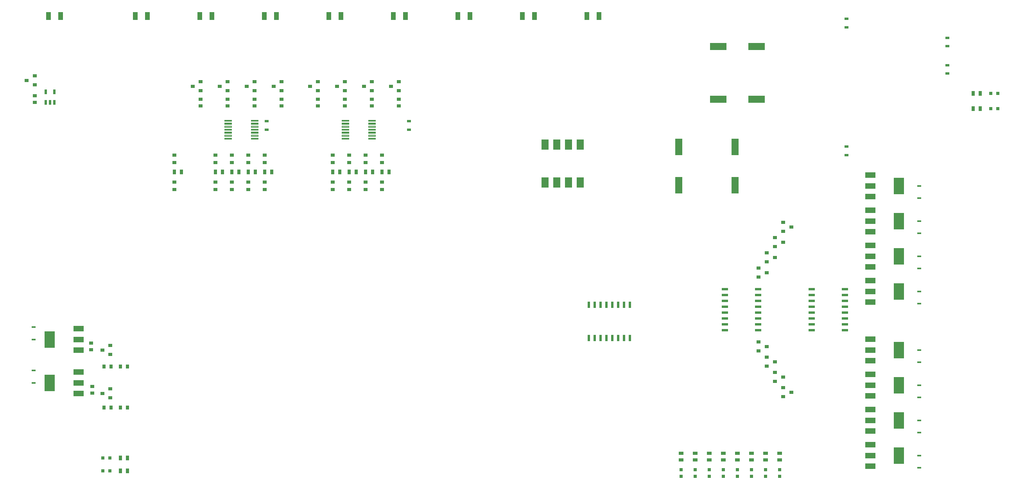
<source format=gbr>
G04 EAGLE Gerber RS-274X export*
G75*
%MOMM*%
%FSLAX34Y34*%
%LPD*%
%INSolderpaste Top*%
%IPPOS*%
%AMOC8*
5,1,8,0,0,1.08239X$1,22.5*%
G01*
G04 Define Apertures*
%ADD10R,1.422400X0.558800*%
%ADD11R,0.900000X0.650000*%
%ADD12R,0.930000X0.790000*%
%ADD13R,0.750000X1.000000*%
%ADD14R,1.050000X1.800000*%
%ADD15R,0.558800X1.422400*%
%ADD16R,2.235000X1.219000*%
%ADD17R,2.200000X3.600000*%
%ADD18R,0.972000X0.802000*%
%ADD19C,0.102500*%
%ADD20R,1.520000X2.160000*%
%ADD21R,0.800000X0.800000*%
%ADD22R,1.000000X0.750000*%
%ADD23R,0.889000X0.558800*%
%ADD24R,3.606800X1.498600*%
%ADD25R,1.498600X3.606800*%
%ADD26R,0.838200X0.457200*%
%ADD27R,0.650000X0.900000*%
%ADD28R,0.508000X1.016000*%
D10*
X1876044Y340360D03*
X1876044Y353060D03*
X1876044Y365760D03*
X1876044Y378460D03*
X1876044Y391160D03*
X1876044Y403860D03*
X1876044Y416560D03*
X1876044Y429260D03*
X1804416Y429260D03*
X1804416Y416560D03*
X1804416Y403860D03*
X1804416Y391160D03*
X1804416Y378460D03*
X1804416Y365760D03*
X1804416Y353060D03*
X1804416Y340360D03*
D11*
X852130Y825870D03*
X852130Y840370D03*
D12*
X838200Y703000D03*
X838200Y719400D03*
X838200Y660980D03*
X838200Y644580D03*
D13*
X853320Y683260D03*
X838320Y683260D03*
D12*
X802640Y703000D03*
X802640Y719400D03*
X802640Y660980D03*
X802640Y644580D03*
D13*
X817760Y683260D03*
X802760Y683260D03*
D12*
X767080Y703000D03*
X767080Y719400D03*
X767080Y660980D03*
X767080Y644580D03*
D13*
X782200Y683260D03*
X767200Y683260D03*
D10*
X1688084Y340360D03*
X1688084Y353060D03*
X1688084Y365760D03*
X1688084Y378460D03*
X1688084Y391160D03*
X1688084Y403860D03*
X1688084Y416560D03*
X1688084Y429260D03*
X1616456Y429260D03*
X1616456Y416560D03*
X1616456Y403860D03*
X1616456Y391160D03*
X1616456Y378460D03*
X1616456Y365760D03*
X1616456Y353060D03*
X1616456Y340360D03*
D14*
X1063880Y1021080D03*
X1038380Y1021080D03*
D11*
X793710Y825870D03*
X793710Y840370D03*
D14*
X924180Y1021080D03*
X898680Y1021080D03*
D11*
X735290Y825870D03*
X735290Y840370D03*
D15*
X1321315Y323068D03*
X1334015Y323068D03*
X1346715Y323068D03*
X1359415Y323068D03*
X1372115Y323068D03*
X1384815Y323068D03*
X1397515Y323068D03*
X1410215Y323068D03*
X1410215Y394696D03*
X1397515Y394696D03*
X1384815Y394696D03*
X1372115Y394696D03*
X1359415Y394696D03*
X1346715Y394696D03*
X1334015Y394696D03*
X1321315Y394696D03*
D14*
X1343280Y1021080D03*
X1317780Y1021080D03*
D11*
X910550Y825870D03*
X910550Y840370D03*
D12*
X873760Y703000D03*
X873760Y719400D03*
X873760Y660980D03*
X873760Y644580D03*
D13*
X888880Y683260D03*
X873880Y683260D03*
D14*
X1203580Y1021080D03*
X1178080Y1021080D03*
D16*
X1931160Y91690D03*
X1931160Y68580D03*
X1931160Y45470D03*
D17*
X1993140Y68580D03*
D18*
X1742400Y238760D03*
X1724700Y229260D03*
X1724700Y248260D03*
X1724620Y271780D03*
X1706920Y262280D03*
X1706920Y281280D03*
X1706840Y304800D03*
X1689140Y295300D03*
X1689140Y314300D03*
X1706840Y464820D03*
X1689140Y455320D03*
X1689140Y474320D03*
X1724620Y497840D03*
X1706920Y488340D03*
X1706920Y507340D03*
X1742400Y530860D03*
X1724700Y521360D03*
X1724700Y540360D03*
X1760180Y563880D03*
X1742480Y554380D03*
X1742480Y573380D03*
X892850Y868680D03*
X910550Y878180D03*
X910550Y859180D03*
X834430Y868680D03*
X852130Y878180D03*
X852130Y859180D03*
X776010Y868680D03*
X793710Y878180D03*
X793710Y859180D03*
D16*
X1931160Y167890D03*
X1931160Y144780D03*
X1931160Y121670D03*
D17*
X1993140Y144780D03*
D18*
X717590Y868680D03*
X735290Y878180D03*
X735290Y859180D03*
D16*
X1931160Y244090D03*
X1931160Y220980D03*
X1931160Y197870D03*
D17*
X1993140Y220980D03*
D16*
X1931160Y320290D03*
X1931160Y297180D03*
X1931160Y274070D03*
D17*
X1993140Y297180D03*
D16*
X1931160Y447290D03*
X1931160Y424180D03*
X1931160Y401070D03*
D17*
X1993140Y424180D03*
D16*
X1931160Y523490D03*
X1931160Y500380D03*
X1931160Y477270D03*
D17*
X1993140Y500380D03*
D16*
X1931160Y599690D03*
X1931160Y576580D03*
X1931160Y553470D03*
D17*
X1993140Y576580D03*
D16*
X1931160Y675890D03*
X1931160Y652780D03*
X1931160Y629670D03*
D17*
X1993140Y652780D03*
D18*
X1760180Y205740D03*
X1742480Y196240D03*
X1742480Y215240D03*
D19*
X858998Y756738D02*
X844322Y756738D01*
X858998Y756738D02*
X858998Y753662D01*
X844322Y753662D01*
X844322Y756738D01*
X844322Y754636D02*
X858998Y754636D01*
X858998Y755610D02*
X844322Y755610D01*
X844322Y756584D02*
X858998Y756584D01*
X858998Y763238D02*
X844322Y763238D01*
X858998Y763238D02*
X858998Y760162D01*
X844322Y760162D01*
X844322Y763238D01*
X844322Y761136D02*
X858998Y761136D01*
X858998Y762110D02*
X844322Y762110D01*
X844322Y763084D02*
X858998Y763084D01*
X858998Y769738D02*
X844322Y769738D01*
X858998Y769738D02*
X858998Y766662D01*
X844322Y766662D01*
X844322Y769738D01*
X844322Y767636D02*
X858998Y767636D01*
X858998Y768610D02*
X844322Y768610D01*
X844322Y769584D02*
X858998Y769584D01*
X858998Y776238D02*
X844322Y776238D01*
X858998Y776238D02*
X858998Y773162D01*
X844322Y773162D01*
X844322Y776238D01*
X844322Y774136D02*
X858998Y774136D01*
X858998Y775110D02*
X844322Y775110D01*
X844322Y776084D02*
X858998Y776084D01*
X858998Y782738D02*
X844322Y782738D01*
X858998Y782738D02*
X858998Y779662D01*
X844322Y779662D01*
X844322Y782738D01*
X844322Y780636D02*
X858998Y780636D01*
X858998Y781610D02*
X844322Y781610D01*
X844322Y782584D02*
X858998Y782584D01*
X858998Y789238D02*
X844322Y789238D01*
X858998Y789238D02*
X858998Y786162D01*
X844322Y786162D01*
X844322Y789238D01*
X844322Y787136D02*
X858998Y787136D01*
X858998Y788110D02*
X844322Y788110D01*
X844322Y789084D02*
X858998Y789084D01*
X858998Y795738D02*
X844322Y795738D01*
X858998Y795738D02*
X858998Y792662D01*
X844322Y792662D01*
X844322Y795738D01*
X844322Y793636D02*
X858998Y793636D01*
X858998Y794610D02*
X844322Y794610D01*
X844322Y795584D02*
X858998Y795584D01*
X801598Y795738D02*
X786922Y795738D01*
X801598Y795738D02*
X801598Y792662D01*
X786922Y792662D01*
X786922Y795738D01*
X786922Y793636D02*
X801598Y793636D01*
X801598Y794610D02*
X786922Y794610D01*
X786922Y795584D02*
X801598Y795584D01*
X801598Y789238D02*
X786922Y789238D01*
X801598Y789238D02*
X801598Y786162D01*
X786922Y786162D01*
X786922Y789238D01*
X786922Y787136D02*
X801598Y787136D01*
X801598Y788110D02*
X786922Y788110D01*
X786922Y789084D02*
X801598Y789084D01*
X801598Y782738D02*
X786922Y782738D01*
X801598Y782738D02*
X801598Y779662D01*
X786922Y779662D01*
X786922Y782738D01*
X786922Y780636D02*
X801598Y780636D01*
X801598Y781610D02*
X786922Y781610D01*
X786922Y782584D02*
X801598Y782584D01*
X801598Y776238D02*
X786922Y776238D01*
X801598Y776238D02*
X801598Y773162D01*
X786922Y773162D01*
X786922Y776238D01*
X786922Y774136D02*
X801598Y774136D01*
X801598Y775110D02*
X786922Y775110D01*
X786922Y776084D02*
X801598Y776084D01*
X801598Y769738D02*
X786922Y769738D01*
X801598Y769738D02*
X801598Y766662D01*
X786922Y766662D01*
X786922Y769738D01*
X786922Y767636D02*
X801598Y767636D01*
X801598Y768610D02*
X786922Y768610D01*
X786922Y769584D02*
X801598Y769584D01*
X801598Y763238D02*
X786922Y763238D01*
X801598Y763238D02*
X801598Y760162D01*
X786922Y760162D01*
X786922Y763238D01*
X786922Y761136D02*
X801598Y761136D01*
X801598Y762110D02*
X786922Y762110D01*
X786922Y763084D02*
X801598Y763084D01*
X801598Y756738D02*
X786922Y756738D01*
X801598Y756738D02*
X801598Y753662D01*
X786922Y753662D01*
X786922Y756738D01*
X786922Y754636D02*
X801598Y754636D01*
X801598Y755610D02*
X786922Y755610D01*
X786922Y756584D02*
X801598Y756584D01*
D20*
X1303020Y742340D03*
X1277620Y742340D03*
X1252220Y742340D03*
X1226820Y742340D03*
X1226820Y659740D03*
X1252220Y659740D03*
X1277620Y659740D03*
X1303020Y659740D03*
D21*
X1521460Y22980D03*
X1521460Y37980D03*
D22*
X1521460Y58540D03*
X1521460Y73540D03*
D21*
X1551940Y22980D03*
X1551940Y37980D03*
D22*
X1551940Y58540D03*
X1551940Y73540D03*
X1582420Y58540D03*
X1582420Y73540D03*
D21*
X1582420Y22980D03*
X1582420Y37980D03*
D22*
X1612900Y58540D03*
X1612900Y73540D03*
D21*
X1612900Y22980D03*
X1612900Y37980D03*
X1643380Y22980D03*
X1643380Y37980D03*
D22*
X1643380Y58540D03*
X1643380Y73540D03*
D21*
X1673860Y22980D03*
X1673860Y37980D03*
D22*
X1673860Y58540D03*
X1673860Y73540D03*
X1704340Y58540D03*
X1704340Y73540D03*
D21*
X1704340Y22980D03*
X1704340Y37980D03*
D22*
X1734820Y58540D03*
X1734820Y73540D03*
D21*
X1734820Y22980D03*
X1734820Y37980D03*
D23*
X624205Y774700D03*
X624205Y793242D03*
X1879600Y996569D03*
X1879600Y1015111D03*
X2098040Y914400D03*
X2098040Y895858D03*
X2098040Y955152D03*
X2098040Y973694D03*
D21*
X2207140Y853440D03*
X2192140Y853440D03*
D13*
X2169040Y853440D03*
X2154040Y853440D03*
D21*
X2207140Y820420D03*
X2192140Y820420D03*
D13*
X2169040Y820420D03*
X2154040Y820420D03*
D24*
X1601851Y840740D03*
X1684909Y840740D03*
X1601851Y955040D03*
X1684909Y955040D03*
D25*
X1516380Y654431D03*
X1516380Y737489D03*
X1638300Y654431D03*
X1638300Y737489D03*
D26*
X2037080Y68580D03*
X2037080Y42164D03*
X2037080Y144780D03*
X2037080Y118364D03*
X2037080Y220980D03*
X2037080Y194564D03*
X2037080Y297180D03*
X2037080Y270764D03*
X2037080Y424180D03*
X2037080Y397764D03*
X2037080Y500380D03*
X2037080Y473964D03*
X2037080Y576580D03*
X2037080Y550164D03*
X2037080Y652780D03*
X2037080Y626364D03*
D27*
X322210Y172720D03*
X307710Y172720D03*
X272150Y172720D03*
X286650Y172720D03*
D18*
X268010Y203200D03*
X285710Y212700D03*
X285710Y193700D03*
D16*
X216410Y202950D03*
X216410Y226060D03*
X216410Y249170D03*
D17*
X154430Y226060D03*
D11*
X246380Y203570D03*
X246380Y218070D03*
D26*
X119380Y226060D03*
X119380Y252476D03*
D27*
X322210Y261620D03*
X307710Y261620D03*
X272150Y261620D03*
X286650Y261620D03*
D18*
X268010Y297180D03*
X285710Y306680D03*
X285710Y287680D03*
D16*
X216410Y296930D03*
X216410Y320040D03*
X216410Y343150D03*
D17*
X154430Y320040D03*
D11*
X243840Y297550D03*
X243840Y312050D03*
D26*
X119380Y320040D03*
X119380Y346456D03*
D18*
X638850Y868680D03*
X656550Y878180D03*
X656550Y859180D03*
D14*
X784480Y1021080D03*
X758980Y1021080D03*
D19*
X604998Y756738D02*
X590322Y756738D01*
X604998Y756738D02*
X604998Y753662D01*
X590322Y753662D01*
X590322Y756738D01*
X590322Y754636D02*
X604998Y754636D01*
X604998Y755610D02*
X590322Y755610D01*
X590322Y756584D02*
X604998Y756584D01*
X604998Y763238D02*
X590322Y763238D01*
X604998Y763238D02*
X604998Y760162D01*
X590322Y760162D01*
X590322Y763238D01*
X590322Y761136D02*
X604998Y761136D01*
X604998Y762110D02*
X590322Y762110D01*
X590322Y763084D02*
X604998Y763084D01*
X604998Y769738D02*
X590322Y769738D01*
X604998Y769738D02*
X604998Y766662D01*
X590322Y766662D01*
X590322Y769738D01*
X590322Y767636D02*
X604998Y767636D01*
X604998Y768610D02*
X590322Y768610D01*
X590322Y769584D02*
X604998Y769584D01*
X604998Y776238D02*
X590322Y776238D01*
X604998Y776238D02*
X604998Y773162D01*
X590322Y773162D01*
X590322Y776238D01*
X590322Y774136D02*
X604998Y774136D01*
X604998Y775110D02*
X590322Y775110D01*
X590322Y776084D02*
X604998Y776084D01*
X604998Y782738D02*
X590322Y782738D01*
X604998Y782738D02*
X604998Y779662D01*
X590322Y779662D01*
X590322Y782738D01*
X590322Y780636D02*
X604998Y780636D01*
X604998Y781610D02*
X590322Y781610D01*
X590322Y782584D02*
X604998Y782584D01*
X604998Y789238D02*
X590322Y789238D01*
X604998Y789238D02*
X604998Y786162D01*
X590322Y786162D01*
X590322Y789238D01*
X590322Y787136D02*
X604998Y787136D01*
X604998Y788110D02*
X590322Y788110D01*
X590322Y789084D02*
X604998Y789084D01*
X604998Y795738D02*
X590322Y795738D01*
X604998Y795738D02*
X604998Y792662D01*
X590322Y792662D01*
X590322Y795738D01*
X590322Y793636D02*
X604998Y793636D01*
X604998Y794610D02*
X590322Y794610D01*
X590322Y795584D02*
X604998Y795584D01*
X547598Y795738D02*
X532922Y795738D01*
X547598Y795738D02*
X547598Y792662D01*
X532922Y792662D01*
X532922Y795738D01*
X532922Y793636D02*
X547598Y793636D01*
X547598Y794610D02*
X532922Y794610D01*
X532922Y795584D02*
X547598Y795584D01*
X547598Y789238D02*
X532922Y789238D01*
X547598Y789238D02*
X547598Y786162D01*
X532922Y786162D01*
X532922Y789238D01*
X532922Y787136D02*
X547598Y787136D01*
X547598Y788110D02*
X532922Y788110D01*
X532922Y789084D02*
X547598Y789084D01*
X547598Y782738D02*
X532922Y782738D01*
X547598Y782738D02*
X547598Y779662D01*
X532922Y779662D01*
X532922Y782738D01*
X532922Y780636D02*
X547598Y780636D01*
X547598Y781610D02*
X532922Y781610D01*
X532922Y782584D02*
X547598Y782584D01*
X547598Y776238D02*
X532922Y776238D01*
X547598Y776238D02*
X547598Y773162D01*
X532922Y773162D01*
X532922Y776238D01*
X532922Y774136D02*
X547598Y774136D01*
X547598Y775110D02*
X532922Y775110D01*
X532922Y776084D02*
X547598Y776084D01*
X547598Y769738D02*
X532922Y769738D01*
X547598Y769738D02*
X547598Y766662D01*
X532922Y766662D01*
X532922Y769738D01*
X532922Y767636D02*
X547598Y767636D01*
X547598Y768610D02*
X532922Y768610D01*
X532922Y769584D02*
X547598Y769584D01*
X547598Y763238D02*
X532922Y763238D01*
X547598Y763238D02*
X547598Y760162D01*
X532922Y760162D01*
X532922Y763238D01*
X532922Y761136D02*
X547598Y761136D01*
X547598Y762110D02*
X532922Y762110D01*
X532922Y763084D02*
X547598Y763084D01*
X547598Y756738D02*
X532922Y756738D01*
X547598Y756738D02*
X547598Y753662D01*
X532922Y753662D01*
X532922Y756738D01*
X532922Y754636D02*
X547598Y754636D01*
X547598Y755610D02*
X532922Y755610D01*
X532922Y756584D02*
X547598Y756584D01*
D11*
X656550Y825870D03*
X656550Y840370D03*
D12*
X619760Y703000D03*
X619760Y719400D03*
X619760Y660980D03*
X619760Y644580D03*
D13*
X634880Y683260D03*
X619880Y683260D03*
D18*
X580430Y868680D03*
X598130Y878180D03*
X598130Y859180D03*
D14*
X644780Y1021080D03*
X619280Y1021080D03*
D11*
X598130Y825870D03*
X598130Y840370D03*
D12*
X584200Y703000D03*
X584200Y719400D03*
X584200Y660980D03*
X584200Y644580D03*
D13*
X599320Y683260D03*
X584320Y683260D03*
D12*
X548640Y703000D03*
X548640Y719400D03*
X548640Y660980D03*
X548640Y644580D03*
D13*
X563760Y683260D03*
X548760Y683260D03*
D12*
X513080Y703000D03*
X513080Y719400D03*
X513080Y660980D03*
X513080Y644580D03*
D13*
X528200Y683260D03*
X513200Y683260D03*
D18*
X522010Y868680D03*
X539710Y878180D03*
X539710Y859180D03*
D11*
X539710Y825870D03*
X539710Y840370D03*
D18*
X463590Y868680D03*
X481290Y878180D03*
X481290Y859180D03*
D14*
X365380Y1021080D03*
X339880Y1021080D03*
D11*
X481290Y825870D03*
X481290Y840370D03*
D23*
X932180Y774700D03*
X932180Y793242D03*
D14*
X505080Y1021080D03*
X479580Y1021080D03*
D21*
X269360Y63500D03*
X284360Y63500D03*
D13*
X307460Y63500D03*
X322460Y63500D03*
D21*
X269360Y35560D03*
X284360Y35560D03*
D13*
X307460Y35560D03*
X322460Y35560D03*
D23*
X1879600Y738251D03*
X1879600Y719709D03*
D12*
X424180Y703000D03*
X424180Y719400D03*
X424180Y660980D03*
X424180Y644580D03*
D13*
X439300Y683260D03*
X424300Y683260D03*
D18*
X104220Y881380D03*
X121920Y890880D03*
X121920Y871880D03*
D14*
X177420Y1021080D03*
X151920Y1021080D03*
D11*
X121920Y833490D03*
X121920Y847990D03*
D28*
X145440Y833490D03*
X154940Y833490D03*
X164440Y833490D03*
X164440Y856350D03*
X145440Y856350D03*
M02*

</source>
